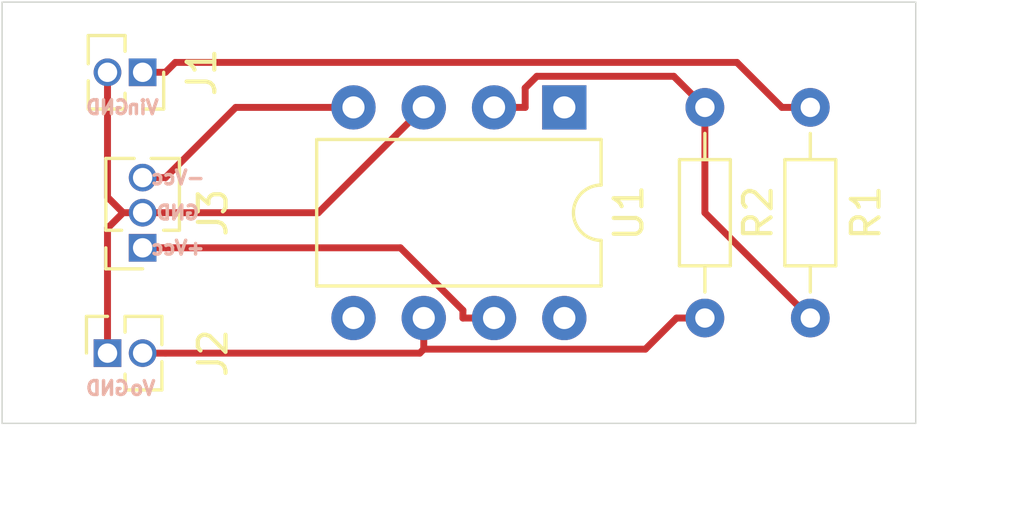
<source format=kicad_pcb>
(kicad_pcb (version 20171130) (host pcbnew 5.1.6-c6e7f7d~86~ubuntu20.04.1)

  (general
    (thickness 1.6)
    (drawings 13)
    (tracks 33)
    (zones 0)
    (modules 6)
    (nets 10)
  )

  (page A4)
  (layers
    (0 F.Cu signal)
    (31 B.Cu signal)
    (32 B.Adhes user)
    (33 F.Adhes user)
    (34 B.Paste user)
    (35 F.Paste user)
    (36 B.SilkS user)
    (37 F.SilkS user)
    (38 B.Mask user)
    (39 F.Mask user)
    (40 Dwgs.User user)
    (41 Cmts.User user)
    (42 Eco1.User user)
    (43 Eco2.User user)
    (44 Edge.Cuts user)
    (45 Margin user)
    (46 B.CrtYd user)
    (47 F.CrtYd user)
    (48 B.Fab user)
    (49 F.Fab user)
  )

  (setup
    (last_trace_width 0.25)
    (trace_clearance 0.2)
    (zone_clearance 0.508)
    (zone_45_only no)
    (trace_min 0.2)
    (via_size 0.8)
    (via_drill 0.4)
    (via_min_size 0.4)
    (via_min_drill 0.3)
    (uvia_size 0.3)
    (uvia_drill 0.1)
    (uvias_allowed no)
    (uvia_min_size 0.2)
    (uvia_min_drill 0.1)
    (edge_width 0.05)
    (segment_width 0.2)
    (pcb_text_width 0.3)
    (pcb_text_size 1.5 1.5)
    (mod_edge_width 0.12)
    (mod_text_size 1 1)
    (mod_text_width 0.15)
    (pad_size 2.2 2.2)
    (pad_drill 2)
    (pad_to_mask_clearance 0.05)
    (aux_axis_origin 0 0)
    (visible_elements 7FFFEFFF)
    (pcbplotparams
      (layerselection 0x010fc_ffffffff)
      (usegerberextensions false)
      (usegerberattributes true)
      (usegerberadvancedattributes true)
      (creategerberjobfile true)
      (excludeedgelayer true)
      (linewidth 0.100000)
      (plotframeref false)
      (viasonmask false)
      (mode 1)
      (useauxorigin false)
      (hpglpennumber 1)
      (hpglpenspeed 20)
      (hpglpendiameter 15.000000)
      (psnegative false)
      (psa4output false)
      (plotreference true)
      (plotvalue true)
      (plotinvisibletext false)
      (padsonsilk false)
      (subtractmaskfromsilk false)
      (outputformat 1)
      (mirror false)
      (drillshape 1)
      (scaleselection 1)
      (outputdirectory ""))
  )

  (net 0 "")
  (net 1 GND)
  (net 2 "Net-(J1-Pad1)")
  (net 3 "Net-(J2-Pad2)")
  (net 4 -12V)
  (net 5 +12V)
  (net 6 "Net-(R1-Pad1)")
  (net 7 "Net-(U1-Pad8)")
  (net 8 "Net-(U1-Pad5)")
  (net 9 "Net-(U1-Pad1)")

  (net_class Default "This is the default net class."
    (clearance 0.2)
    (trace_width 0.25)
    (via_dia 0.8)
    (via_drill 0.4)
    (uvia_dia 0.3)
    (uvia_drill 0.1)
    (add_net +12V)
    (add_net -12V)
    (add_net GND)
    (add_net "Net-(J1-Pad1)")
    (add_net "Net-(J2-Pad2)")
    (add_net "Net-(R1-Pad1)")
    (add_net "Net-(U1-Pad1)")
    (add_net "Net-(U1-Pad5)")
    (add_net "Net-(U1-Pad8)")
  )

  (module Connector_PinSocket_1.27mm:PinSocket_1x03_P1.27mm_Vertical (layer F.Cu) (tedit 5A19A41D) (tstamp 5EDAA60A)
    (at 113.03 92.71 180)
    (descr "Through hole straight socket strip, 1x03, 1.27mm pitch, single row (from Kicad 4.0.7), script generated")
    (tags "Through hole socket strip THT 1x03 1.27mm single row")
    (path /5EDB2A80)
    (fp_text reference J3 (at -2.54 1.27 90) (layer F.SilkS)
      (effects (font (size 1 1) (thickness 0.15)))
    )
    (fp_text value Power (at 2.54 1.27 90) (layer F.Fab)
      (effects (font (size 1 1) (thickness 0.15)))
    )
    (fp_line (start -1.8 3.7) (end -1.8 -1.15) (layer F.CrtYd) (width 0.05))
    (fp_line (start 1.75 3.7) (end -1.8 3.7) (layer F.CrtYd) (width 0.05))
    (fp_line (start 1.75 -1.15) (end 1.75 3.7) (layer F.CrtYd) (width 0.05))
    (fp_line (start -1.8 -1.15) (end 1.75 -1.15) (layer F.CrtYd) (width 0.05))
    (fp_line (start 0 -0.76) (end 1.33 -0.76) (layer F.SilkS) (width 0.12))
    (fp_line (start 1.33 -0.76) (end 1.33 0) (layer F.SilkS) (width 0.12))
    (fp_line (start 1.33 0.635) (end 1.33 3.235) (layer F.SilkS) (width 0.12))
    (fp_line (start 0.30753 3.235) (end 1.33 3.235) (layer F.SilkS) (width 0.12))
    (fp_line (start -1.33 3.235) (end -0.30753 3.235) (layer F.SilkS) (width 0.12))
    (fp_line (start -1.33 0.635) (end -1.33 3.235) (layer F.SilkS) (width 0.12))
    (fp_line (start 0.76 0.635) (end 1.33 0.635) (layer F.SilkS) (width 0.12))
    (fp_line (start -1.33 0.635) (end -0.76 0.635) (layer F.SilkS) (width 0.12))
    (fp_line (start -1.27 3.175) (end -1.27 -0.635) (layer F.Fab) (width 0.1))
    (fp_line (start 1.27 3.175) (end -1.27 3.175) (layer F.Fab) (width 0.1))
    (fp_line (start 1.27 0) (end 1.27 3.175) (layer F.Fab) (width 0.1))
    (fp_line (start 0.635 -0.635) (end 1.27 0) (layer F.Fab) (width 0.1))
    (fp_line (start -1.27 -0.635) (end 0.635 -0.635) (layer F.Fab) (width 0.1))
    (fp_text user %R (at 0 1.27 90) (layer F.Fab)
      (effects (font (size 1 1) (thickness 0.15)))
    )
    (pad 3 thru_hole oval (at 0 2.54 180) (size 1 1) (drill 0.7) (layers *.Cu *.Mask)
      (net 4 -12V))
    (pad 2 thru_hole oval (at 0 1.27 180) (size 1 1) (drill 0.7) (layers *.Cu *.Mask)
      (net 1 GND))
    (pad 1 thru_hole rect (at 0 0 180) (size 1 1) (drill 0.7) (layers *.Cu *.Mask)
      (net 5 +12V))
    (model ${KISYS3DMOD}/Connector_PinSocket_1.27mm.3dshapes/PinSocket_1x03_P1.27mm_Vertical.wrl
      (at (xyz 0 0 0))
      (scale (xyz 1 1 1))
      (rotate (xyz 0 0 0))
    )
  )

  (module Connector_PinSocket_1.27mm:PinSocket_1x02_P1.27mm_Vertical (layer F.Cu) (tedit 5A19A41F) (tstamp 5EDBEF82)
    (at 111.76 96.52 90)
    (descr "Through hole straight socket strip, 1x02, 1.27mm pitch, single row (from Kicad 4.0.7), script generated")
    (tags "Through hole socket strip THT 1x02 1.27mm single row")
    (path /5EE0313E)
    (fp_text reference J2 (at 0 3.81 90) (layer F.SilkS)
      (effects (font (size 1 1) (thickness 0.15)))
    )
    (fp_text value Vo (at 0 -1.27 90) (layer F.Fab)
      (effects (font (size 1 1) (thickness 0.15)))
    )
    (fp_line (start -1.8 2.4) (end -1.8 -1.15) (layer F.CrtYd) (width 0.05))
    (fp_line (start 1.75 2.4) (end -1.8 2.4) (layer F.CrtYd) (width 0.05))
    (fp_line (start 1.75 -1.15) (end 1.75 2.4) (layer F.CrtYd) (width 0.05))
    (fp_line (start -1.8 -1.15) (end 1.75 -1.15) (layer F.CrtYd) (width 0.05))
    (fp_line (start 0 -0.76) (end 1.33 -0.76) (layer F.SilkS) (width 0.12))
    (fp_line (start 1.33 -0.76) (end 1.33 0) (layer F.SilkS) (width 0.12))
    (fp_line (start 1.33 0.635) (end 1.33 1.965) (layer F.SilkS) (width 0.12))
    (fp_line (start 0.30753 1.965) (end 1.33 1.965) (layer F.SilkS) (width 0.12))
    (fp_line (start -1.33 1.965) (end -0.30753 1.965) (layer F.SilkS) (width 0.12))
    (fp_line (start -1.33 0.635) (end -1.33 1.965) (layer F.SilkS) (width 0.12))
    (fp_line (start 0.76 0.635) (end 1.33 0.635) (layer F.SilkS) (width 0.12))
    (fp_line (start -1.33 0.635) (end -0.76 0.635) (layer F.SilkS) (width 0.12))
    (fp_line (start -1.27 1.905) (end -1.27 -0.635) (layer F.Fab) (width 0.1))
    (fp_line (start 1.27 1.905) (end -1.27 1.905) (layer F.Fab) (width 0.1))
    (fp_line (start 1.27 0) (end 1.27 1.905) (layer F.Fab) (width 0.1))
    (fp_line (start 0.635 -0.635) (end 1.27 0) (layer F.Fab) (width 0.1))
    (fp_line (start -1.27 -0.635) (end 0.635 -0.635) (layer F.Fab) (width 0.1))
    (fp_text user %R (at 0 0.635) (layer F.Fab)
      (effects (font (size 1 1) (thickness 0.15)))
    )
    (pad 2 thru_hole oval (at 0 1.27 90) (size 1 1) (drill 0.7) (layers *.Cu *.Mask)
      (net 3 "Net-(J2-Pad2)"))
    (pad 1 thru_hole rect (at 0 0 90) (size 1 1) (drill 0.7) (layers *.Cu *.Mask)
      (net 1 GND))
    (model ${KISYS3DMOD}/Connector_PinSocket_1.27mm.3dshapes/PinSocket_1x02_P1.27mm_Vertical.wrl
      (at (xyz 0 0 0))
      (scale (xyz 1 1 1))
      (rotate (xyz 0 0 0))
    )
  )

  (module Connector_PinSocket_1.27mm:PinSocket_1x02_P1.27mm_Vertical (layer F.Cu) (tedit 5A19A41F) (tstamp 5EDBEF6A)
    (at 113.03 86.36 270)
    (descr "Through hole straight socket strip, 1x02, 1.27mm pitch, single row (from Kicad 4.0.7), script generated")
    (tags "Through hole socket strip THT 1x02 1.27mm single row")
    (path /5EE0246D)
    (fp_text reference J1 (at 0 -2.135 90) (layer F.SilkS)
      (effects (font (size 1 1) (thickness 0.15)))
    )
    (fp_text value Vin (at 0 3.405 90) (layer F.Fab)
      (effects (font (size 1 1) (thickness 0.15)))
    )
    (fp_line (start -1.8 2.4) (end -1.8 -1.15) (layer F.CrtYd) (width 0.05))
    (fp_line (start 1.75 2.4) (end -1.8 2.4) (layer F.CrtYd) (width 0.05))
    (fp_line (start 1.75 -1.15) (end 1.75 2.4) (layer F.CrtYd) (width 0.05))
    (fp_line (start -1.8 -1.15) (end 1.75 -1.15) (layer F.CrtYd) (width 0.05))
    (fp_line (start 0 -0.76) (end 1.33 -0.76) (layer F.SilkS) (width 0.12))
    (fp_line (start 1.33 -0.76) (end 1.33 0) (layer F.SilkS) (width 0.12))
    (fp_line (start 1.33 0.635) (end 1.33 1.965) (layer F.SilkS) (width 0.12))
    (fp_line (start 0.30753 1.965) (end 1.33 1.965) (layer F.SilkS) (width 0.12))
    (fp_line (start -1.33 1.965) (end -0.30753 1.965) (layer F.SilkS) (width 0.12))
    (fp_line (start -1.33 0.635) (end -1.33 1.965) (layer F.SilkS) (width 0.12))
    (fp_line (start 0.76 0.635) (end 1.33 0.635) (layer F.SilkS) (width 0.12))
    (fp_line (start -1.33 0.635) (end -0.76 0.635) (layer F.SilkS) (width 0.12))
    (fp_line (start -1.27 1.905) (end -1.27 -0.635) (layer F.Fab) (width 0.1))
    (fp_line (start 1.27 1.905) (end -1.27 1.905) (layer F.Fab) (width 0.1))
    (fp_line (start 1.27 0) (end 1.27 1.905) (layer F.Fab) (width 0.1))
    (fp_line (start 0.635 -0.635) (end 1.27 0) (layer F.Fab) (width 0.1))
    (fp_line (start -1.27 -0.635) (end 0.635 -0.635) (layer F.Fab) (width 0.1))
    (fp_text user %R (at 0 0.635) (layer F.Fab)
      (effects (font (size 1 1) (thickness 0.15)))
    )
    (pad 2 thru_hole oval (at 0 1.27 270) (size 1 1) (drill 0.7) (layers *.Cu *.Mask)
      (net 1 GND))
    (pad 1 thru_hole rect (at 0 0 270) (size 1 1) (drill 0.7) (layers *.Cu *.Mask)
      (net 2 "Net-(J1-Pad1)"))
    (model ${KISYS3DMOD}/Connector_PinSocket_1.27mm.3dshapes/PinSocket_1x02_P1.27mm_Vertical.wrl
      (at (xyz 0 0 0))
      (scale (xyz 1 1 1))
      (rotate (xyz 0 0 0))
    )
  )

  (module Package_DIP:DIP-8_W7.62mm (layer F.Cu) (tedit 5A02E8C5) (tstamp 5EDAA654)
    (at 128.27 87.63 270)
    (descr "8-lead though-hole mounted DIP package, row spacing 7.62 mm (300 mils)")
    (tags "THT DIP DIL PDIP 2.54mm 7.62mm 300mil")
    (path /5EDA326E)
    (fp_text reference U1 (at 3.81 -2.33 90) (layer F.SilkS)
      (effects (font (size 1 1) (thickness 0.15)))
    )
    (fp_text value LM741 (at 3.81 9.95 90) (layer F.Fab)
      (effects (font (size 1 1) (thickness 0.15)))
    )
    (fp_line (start 1.635 -1.27) (end 6.985 -1.27) (layer F.Fab) (width 0.1))
    (fp_line (start 6.985 -1.27) (end 6.985 8.89) (layer F.Fab) (width 0.1))
    (fp_line (start 6.985 8.89) (end 0.635 8.89) (layer F.Fab) (width 0.1))
    (fp_line (start 0.635 8.89) (end 0.635 -0.27) (layer F.Fab) (width 0.1))
    (fp_line (start 0.635 -0.27) (end 1.635 -1.27) (layer F.Fab) (width 0.1))
    (fp_line (start 2.81 -1.33) (end 1.16 -1.33) (layer F.SilkS) (width 0.12))
    (fp_line (start 1.16 -1.33) (end 1.16 8.95) (layer F.SilkS) (width 0.12))
    (fp_line (start 1.16 8.95) (end 6.46 8.95) (layer F.SilkS) (width 0.12))
    (fp_line (start 6.46 8.95) (end 6.46 -1.33) (layer F.SilkS) (width 0.12))
    (fp_line (start 6.46 -1.33) (end 4.81 -1.33) (layer F.SilkS) (width 0.12))
    (fp_line (start -1.1 -1.55) (end -1.1 9.15) (layer F.CrtYd) (width 0.05))
    (fp_line (start -1.1 9.15) (end 8.7 9.15) (layer F.CrtYd) (width 0.05))
    (fp_line (start 8.7 9.15) (end 8.7 -1.55) (layer F.CrtYd) (width 0.05))
    (fp_line (start 8.7 -1.55) (end -1.1 -1.55) (layer F.CrtYd) (width 0.05))
    (fp_arc (start 3.81 -1.33) (end 2.81 -1.33) (angle -180) (layer F.SilkS) (width 0.12))
    (fp_text user %R (at 3.81 3.81 90) (layer F.Fab)
      (effects (font (size 1 1) (thickness 0.15)))
    )
    (pad 1 thru_hole rect (at 0 0 270) (size 1.6 1.6) (drill 0.8) (layers *.Cu *.Mask)
      (net 9 "Net-(U1-Pad1)"))
    (pad 5 thru_hole oval (at 7.62 7.62 270) (size 1.6 1.6) (drill 0.8) (layers *.Cu *.Mask)
      (net 8 "Net-(U1-Pad5)"))
    (pad 2 thru_hole oval (at 0 2.54 270) (size 1.6 1.6) (drill 0.8) (layers *.Cu *.Mask)
      (net 6 "Net-(R1-Pad1)"))
    (pad 6 thru_hole oval (at 7.62 5.08 270) (size 1.6 1.6) (drill 0.8) (layers *.Cu *.Mask)
      (net 3 "Net-(J2-Pad2)"))
    (pad 3 thru_hole oval (at 0 5.08 270) (size 1.6 1.6) (drill 0.8) (layers *.Cu *.Mask)
      (net 1 GND))
    (pad 7 thru_hole oval (at 7.62 2.54 270) (size 1.6 1.6) (drill 0.8) (layers *.Cu *.Mask)
      (net 5 +12V))
    (pad 4 thru_hole oval (at 0 7.62 270) (size 1.6 1.6) (drill 0.8) (layers *.Cu *.Mask)
      (net 4 -12V))
    (pad 8 thru_hole oval (at 7.62 0 270) (size 1.6 1.6) (drill 0.8) (layers *.Cu *.Mask)
      (net 7 "Net-(U1-Pad8)"))
    (model ${KISYS3DMOD}/Package_DIP.3dshapes/DIP-8_W7.62mm.wrl
      (at (xyz 0 0 0))
      (scale (xyz 1 1 1))
      (rotate (xyz 0 0 0))
    )
  )

  (module Resistor_THT:R_Axial_DIN0204_L3.6mm_D1.6mm_P7.62mm_Horizontal (layer F.Cu) (tedit 5AE5139B) (tstamp 5EDAA638)
    (at 133.35 87.63 270)
    (descr "Resistor, Axial_DIN0204 series, Axial, Horizontal, pin pitch=7.62mm, 0.167W, length*diameter=3.6*1.6mm^2, http://cdn-reichelt.de/documents/datenblatt/B400/1_4W%23YAG.pdf")
    (tags "Resistor Axial_DIN0204 series Axial Horizontal pin pitch 7.62mm 0.167W length 3.6mm diameter 1.6mm")
    (path /5EDA4E88)
    (fp_text reference R2 (at 3.81 -1.92 90) (layer F.SilkS)
      (effects (font (size 1 1) (thickness 0.15)))
    )
    (fp_text value 10k (at 3.81 1.92 90) (layer F.Fab)
      (effects (font (size 1 1) (thickness 0.15)))
    )
    (fp_line (start 2.01 -0.8) (end 2.01 0.8) (layer F.Fab) (width 0.1))
    (fp_line (start 2.01 0.8) (end 5.61 0.8) (layer F.Fab) (width 0.1))
    (fp_line (start 5.61 0.8) (end 5.61 -0.8) (layer F.Fab) (width 0.1))
    (fp_line (start 5.61 -0.8) (end 2.01 -0.8) (layer F.Fab) (width 0.1))
    (fp_line (start 0 0) (end 2.01 0) (layer F.Fab) (width 0.1))
    (fp_line (start 7.62 0) (end 5.61 0) (layer F.Fab) (width 0.1))
    (fp_line (start 1.89 -0.92) (end 1.89 0.92) (layer F.SilkS) (width 0.12))
    (fp_line (start 1.89 0.92) (end 5.73 0.92) (layer F.SilkS) (width 0.12))
    (fp_line (start 5.73 0.92) (end 5.73 -0.92) (layer F.SilkS) (width 0.12))
    (fp_line (start 5.73 -0.92) (end 1.89 -0.92) (layer F.SilkS) (width 0.12))
    (fp_line (start 0.94 0) (end 1.89 0) (layer F.SilkS) (width 0.12))
    (fp_line (start 6.68 0) (end 5.73 0) (layer F.SilkS) (width 0.12))
    (fp_line (start -0.95 -1.05) (end -0.95 1.05) (layer F.CrtYd) (width 0.05))
    (fp_line (start -0.95 1.05) (end 8.57 1.05) (layer F.CrtYd) (width 0.05))
    (fp_line (start 8.57 1.05) (end 8.57 -1.05) (layer F.CrtYd) (width 0.05))
    (fp_line (start 8.57 -1.05) (end -0.95 -1.05) (layer F.CrtYd) (width 0.05))
    (fp_text user %R (at 3.81 0 90) (layer F.Fab)
      (effects (font (size 0.72 0.72) (thickness 0.108)))
    )
    (pad 1 thru_hole circle (at 0 0 270) (size 1.4 1.4) (drill 0.7) (layers *.Cu *.Mask)
      (net 6 "Net-(R1-Pad1)"))
    (pad 2 thru_hole oval (at 7.62 0 270) (size 1.4 1.4) (drill 0.7) (layers *.Cu *.Mask)
      (net 3 "Net-(J2-Pad2)"))
    (model ${KISYS3DMOD}/Resistor_THT.3dshapes/R_Axial_DIN0204_L3.6mm_D1.6mm_P7.62mm_Horizontal.wrl
      (at (xyz 0 0 0))
      (scale (xyz 1 1 1))
      (rotate (xyz 0 0 0))
    )
  )

  (module Resistor_THT:R_Axial_DIN0204_L3.6mm_D1.6mm_P7.62mm_Horizontal (layer F.Cu) (tedit 5AE5139B) (tstamp 5EDAA621)
    (at 137.16 95.25 90)
    (descr "Resistor, Axial_DIN0204 series, Axial, Horizontal, pin pitch=7.62mm, 0.167W, length*diameter=3.6*1.6mm^2, http://cdn-reichelt.de/documents/datenblatt/B400/1_4W%23YAG.pdf")
    (tags "Resistor Axial_DIN0204 series Axial Horizontal pin pitch 7.62mm 0.167W length 3.6mm diameter 1.6mm")
    (path /5EDA4895)
    (fp_text reference R1 (at 3.81 2.01 90) (layer F.SilkS)
      (effects (font (size 1 1) (thickness 0.15)))
    )
    (fp_text value 1k (at 3.81 -2.09 90) (layer F.Fab)
      (effects (font (size 1 1) (thickness 0.15)))
    )
    (fp_line (start 8.57 -1.05) (end -0.95 -1.05) (layer F.CrtYd) (width 0.05))
    (fp_line (start 8.57 1.05) (end 8.57 -1.05) (layer F.CrtYd) (width 0.05))
    (fp_line (start -0.95 1.05) (end 8.57 1.05) (layer F.CrtYd) (width 0.05))
    (fp_line (start -0.95 -1.05) (end -0.95 1.05) (layer F.CrtYd) (width 0.05))
    (fp_line (start 6.68 0) (end 5.73 0) (layer F.SilkS) (width 0.12))
    (fp_line (start 0.94 0) (end 1.89 0) (layer F.SilkS) (width 0.12))
    (fp_line (start 5.73 -0.92) (end 1.89 -0.92) (layer F.SilkS) (width 0.12))
    (fp_line (start 5.73 0.92) (end 5.73 -0.92) (layer F.SilkS) (width 0.12))
    (fp_line (start 1.89 0.92) (end 5.73 0.92) (layer F.SilkS) (width 0.12))
    (fp_line (start 1.89 -0.92) (end 1.89 0.92) (layer F.SilkS) (width 0.12))
    (fp_line (start 7.62 0) (end 5.61 0) (layer F.Fab) (width 0.1))
    (fp_line (start 0 0) (end 2.01 0) (layer F.Fab) (width 0.1))
    (fp_line (start 5.61 -0.8) (end 2.01 -0.8) (layer F.Fab) (width 0.1))
    (fp_line (start 5.61 0.8) (end 5.61 -0.8) (layer F.Fab) (width 0.1))
    (fp_line (start 2.01 0.8) (end 5.61 0.8) (layer F.Fab) (width 0.1))
    (fp_line (start 2.01 -0.8) (end 2.01 0.8) (layer F.Fab) (width 0.1))
    (fp_text user %R (at 3.81 0 90) (layer F.Fab)
      (effects (font (size 0.72 0.72) (thickness 0.108)))
    )
    (pad 2 thru_hole oval (at 7.62 0 90) (size 1.4 1.4) (drill 0.7) (layers *.Cu *.Mask)
      (net 2 "Net-(J1-Pad1)"))
    (pad 1 thru_hole circle (at 0 0 90) (size 1.4 1.4) (drill 0.7) (layers *.Cu *.Mask)
      (net 6 "Net-(R1-Pad1)"))
    (model ${KISYS3DMOD}/Resistor_THT.3dshapes/R_Axial_DIN0204_L3.6mm_D1.6mm_P7.62mm_Horizontal.wrl
      (at (xyz 0 0 0))
      (scale (xyz 1 1 1))
      (rotate (xyz 0 0 0))
    )
  )

  (gr_line (start 107.95 83.82) (end 140.97 83.82) (layer Edge.Cuts) (width 0.05) (tstamp 5EDBBA2B))
  (gr_line (start 107.95 99.06) (end 107.95 83.82) (layer Edge.Cuts) (width 0.05))
  (gr_line (start 140.97 99.06) (end 107.95 99.06) (layer Edge.Cuts) (width 0.05))
  (gr_line (start 140.97 83.82) (end 140.97 99.06) (layer Edge.Cuts) (width 0.05))
  (dimension 33.02 (width 0.15) (layer Dwgs.User)
    (gr_text "33.020 mm" (at 124.46 102.9) (layer Dwgs.User)
      (effects (font (size 1 1) (thickness 0.15)))
    )
    (feature1 (pts (xy 140.97 99.06) (xy 140.97 102.186421)))
    (feature2 (pts (xy 107.95 99.06) (xy 107.95 102.186421)))
    (crossbar (pts (xy 107.95 101.6) (xy 140.97 101.6)))
    (arrow1a (pts (xy 140.97 101.6) (xy 139.843496 102.186421)))
    (arrow1b (pts (xy 140.97 101.6) (xy 139.843496 101.013579)))
    (arrow2a (pts (xy 107.95 101.6) (xy 109.076504 102.186421)))
    (arrow2b (pts (xy 107.95 101.6) (xy 109.076504 101.013579)))
  )
  (dimension 15.24 (width 0.15) (layer Dwgs.User)
    (gr_text "15.240 mm" (at 143.54 91.44 270) (layer Dwgs.User)
      (effects (font (size 1 1) (thickness 0.15)))
    )
    (feature1 (pts (xy 140.97 99.06) (xy 142.826421 99.06)))
    (feature2 (pts (xy 140.97 83.82) (xy 142.826421 83.82)))
    (crossbar (pts (xy 142.24 83.82) (xy 142.24 99.06)))
    (arrow1a (pts (xy 142.24 99.06) (xy 141.653579 97.933496)))
    (arrow1b (pts (xy 142.24 99.06) (xy 142.826421 97.933496)))
    (arrow2a (pts (xy 142.24 83.82) (xy 141.653579 84.946504)))
    (arrow2b (pts (xy 142.24 83.82) (xy 142.826421 84.946504)))
  )
  (gr_text GND (at 111.76 87.63) (layer B.SilkS) (tstamp 5EDBF501)
    (effects (font (size 0.5 0.5) (thickness 0.125)) (justify mirror))
  )
  (gr_text GND (at 114.3 91.44) (layer B.SilkS) (tstamp 5EDBF4FC)
    (effects (font (size 0.5 0.5) (thickness 0.125)) (justify mirror))
  )
  (gr_text Vo (at 113.03 97.79) (layer B.SilkS)
    (effects (font (size 0.5 0.5) (thickness 0.125)) (justify mirror))
  )
  (gr_text Vin (at 113.03 87.63) (layer B.SilkS)
    (effects (font (size 0.5 0.5) (thickness 0.125)) (justify mirror))
  )
  (gr_text GND (at 111.76 97.79) (layer B.SilkS) (tstamp 5EDBCB69)
    (effects (font (size 0.5 0.5) (thickness 0.125)) (justify mirror))
  )
  (gr_text +Vcc (at 114.3 92.71) (layer B.SilkS)
    (effects (font (size 0.5 0.5) (thickness 0.125)) (justify mirror))
  )
  (gr_text -Vcc (at 114.3 90.17) (layer B.SilkS)
    (effects (font (size 0.5 0.5) (thickness 0.125)) (justify mirror))
  )

  (segment (start 119.38 91.44) (end 123.19 87.63) (width 0.25) (layer F.Cu) (net 1))
  (segment (start 113.03 91.44) (end 119.38 91.44) (width 0.25) (layer F.Cu) (net 1))
  (segment (start 112.322894 91.44) (end 113.03 91.44) (width 0.25) (layer F.Cu) (net 1))
  (segment (start 111.76 92.002894) (end 112.322894 91.44) (width 0.25) (layer F.Cu) (net 1))
  (segment (start 111.76 96.52) (end 111.76 92.002894) (width 0.25) (layer F.Cu) (net 1))
  (segment (start 111.76 90.877106) (end 112.322894 91.44) (width 0.25) (layer F.Cu) (net 1))
  (segment (start 111.76 86.36) (end 111.76 90.877106) (width 0.25) (layer F.Cu) (net 1))
  (segment (start 113.03 86.36) (end 113.8553 86.36) (width 0.25) (layer F.Cu) (net 2))
  (segment (start 137.16 87.63) (end 136.1347 87.63) (width 0.25) (layer F.Cu) (net 2))
  (segment (start 136.1347 87.63) (end 134.5077 86.003) (width 0.25) (layer F.Cu) (net 2))
  (segment (start 134.5077 86.003) (end 114.2123 86.003) (width 0.25) (layer F.Cu) (net 2))
  (segment (start 114.2123 86.003) (end 113.8553 86.36) (width 0.25) (layer F.Cu) (net 2))
  (segment (start 132.3247 95.25) (end 131.1994 96.3753) (width 0.25) (layer F.Cu) (net 3))
  (segment (start 131.1994 96.3753) (end 123.19 96.3753) (width 0.25) (layer F.Cu) (net 3))
  (segment (start 123.19 96.3753) (end 123.0453 96.52) (width 0.25) (layer F.Cu) (net 3))
  (segment (start 123.0453 96.52) (end 113.8553 96.52) (width 0.25) (layer F.Cu) (net 3))
  (segment (start 123.19 95.25) (end 123.19 96.3753) (width 0.25) (layer F.Cu) (net 3))
  (segment (start 113.03 96.52) (end 113.8553 96.52) (width 0.25) (layer F.Cu) (net 3))
  (segment (start 133.35 95.25) (end 132.3247 95.25) (width 0.25) (layer F.Cu) (net 3))
  (segment (start 113.03 90.17) (end 113.8553 90.17) (width 0.25) (layer F.Cu) (net 4))
  (segment (start 120.65 87.63) (end 116.3953 87.63) (width 0.25) (layer F.Cu) (net 4))
  (segment (start 116.3953 87.63) (end 113.8553 90.17) (width 0.25) (layer F.Cu) (net 4))
  (segment (start 125.73 95.25) (end 124.6047 95.25) (width 0.25) (layer F.Cu) (net 5))
  (segment (start 124.6047 95.25) (end 124.6047 94.9687) (width 0.25) (layer F.Cu) (net 5))
  (segment (start 124.6047 94.9687) (end 122.346 92.71) (width 0.25) (layer F.Cu) (net 5))
  (segment (start 122.346 92.71) (end 113.03 92.71) (width 0.25) (layer F.Cu) (net 5))
  (segment (start 126.8553 87.63) (end 126.8553 86.9266) (width 0.25) (layer F.Cu) (net 6))
  (segment (start 126.8553 86.9266) (end 127.2772 86.5047) (width 0.25) (layer F.Cu) (net 6))
  (segment (start 127.2772 86.5047) (end 132.2247 86.5047) (width 0.25) (layer F.Cu) (net 6))
  (segment (start 132.2247 86.5047) (end 133.35 87.63) (width 0.25) (layer F.Cu) (net 6))
  (segment (start 125.73 87.63) (end 126.8553 87.63) (width 0.25) (layer F.Cu) (net 6))
  (segment (start 137.16 95.25) (end 133.35 91.44) (width 0.25) (layer F.Cu) (net 6))
  (segment (start 133.35 91.44) (end 133.35 87.63) (width 0.25) (layer F.Cu) (net 6))

)

</source>
